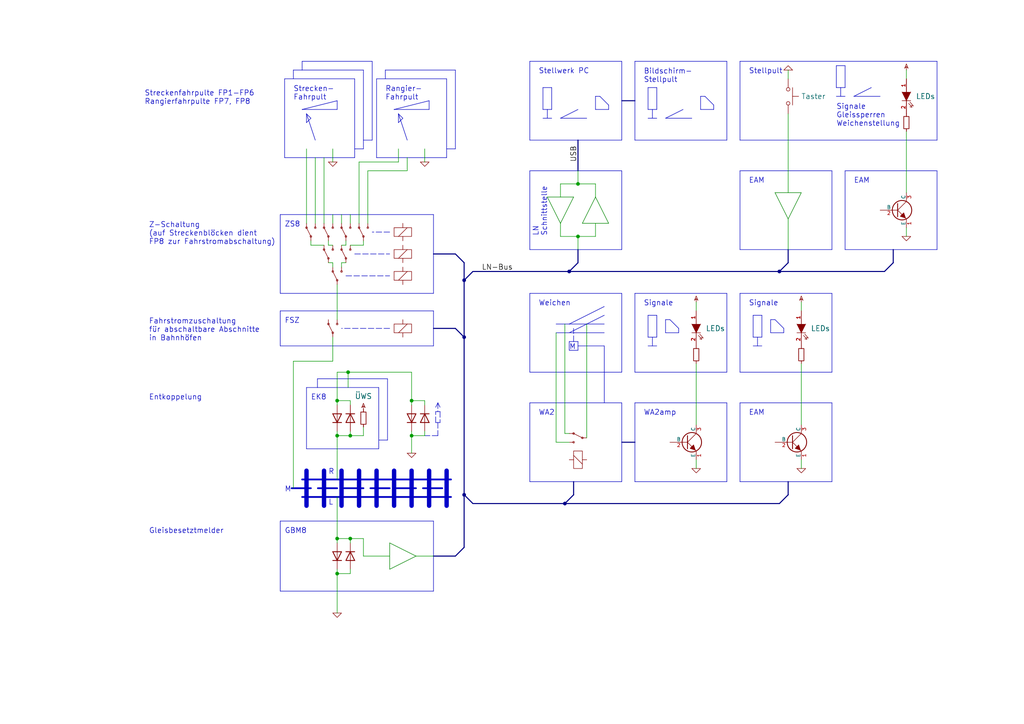
<source format=kicad_sch>
(kicad_sch (version 20211123) (generator eeschema)
  (paper "A4")
  (title_block (title "Prinzipschaltbild\\nAnlagesteuerung 3L") (date "2022-08-04") (rev "0433 -") (company "MV"))
  (lib_symbols
    (symbol "Device:D" (pin_numbers hide) (pin_names (offset 1.016) hide)
      (property "Reference" "D" (at 0 2.54 0))
      (property "Value" "D" (at 0 -2.54 0))
      (symbol "D_0_1"
        (polyline (pts (xy -1.27 1.27) (xy -1.27 -1.27)) (stroke (width 0.254)))
        (polyline (pts (xy 1.27 0) (xy -1.27 0)))
        (polyline (pts (xy 1.27 1.27) (xy 1.27 -1.27) (xy -1.27 0) (xy 1.27 1.27)) (stroke (width 0.254)))
      )
      (symbol "D_1_1"
        (pin passive line (at -3.81 0 0) (length 2.54) (name "K") (number "1"))
        (pin passive line (at 3.81 0 180) (length 2.54) (name "A") (number "2"))
      )
    )
    (symbol "Device:R_Small" (pin_numbers hide) (pin_names (offset 0.254) hide)
      (property "Reference" "R" (at 0.762 0.508 0))
      (property "Value" "R_Small" (at 0.762 -1.016 0))
      (symbol "R_Small_0_1"
        (rectangle (start -0.762 1.778) (end 0.762 -1.778) (stroke (width 0.2032)))
      )
      (symbol "R_Small_1_1"
        (pin passive line (at 0 2.54 270) (length 0.762) (name "~") (number "1"))
        (pin passive line (at 0 -2.54 90) (length 0.762) (name "~") (number "2"))
      )
    )
    (symbol "Switch:SW_Push" (pin_numbers hide) (pin_names (offset 1.016) hide)
      (property "Reference" "SW" (at 1.27 2.54 0))
      (property "Value" "SW_Push" (at 0 -1.524 0))
      (symbol "SW_Push_0_1"
        (circle (center -2.032 0) (radius 0.508))
        (polyline (pts (xy 0 1.27) (xy 0 3.048)))
        (polyline (pts (xy 2.54 1.27) (xy -2.54 1.27)))
        (circle (center 2.032 0) (radius 0.508))
        (pin passive line (at -5.08 0 0) (length 2.54) (name "1") (number "1"))
        (pin passive line (at 5.08 0 180) (length 2.54) (name "2") (number "2"))
      )
    )
    (symbol "base:+5V" (power) (pin_names (offset 0))
      (property "Value" "+5V" (at 0 2.286 0))
      (symbol "+5V_0_0"
        (pin power_in line (at 0 0 90) (length 0) hide (name "+5V") (number "1"))
      )
      (symbol "+5V_0_1"
        (polyline (pts (xy 0 0) (xy 0 1.016) (xy 0 1.016)))
        (polyline (pts (xy 0 1.016) (xy 0.508 0.508) (xy 0 1.778) (xy -0.508 0.508) (xy 0 1.016) (xy 0 1.016)))
      )
    )
    (symbol "base:GND" (power) (pin_names (offset 0))
      (symbol "GND_0_1"
        (polyline (pts (xy -1.27 0) (xy 0 -1.27) (xy 1.27 0) (xy -1.27 0)))
      )
      (symbol "GND_1_1"
        (pin power_in line (at 0 0 90) (length 0) hide (name "GND") (number "1"))
      )
    )
    (symbol "base:LED" (pin_names (offset 1.016) hide)
      (property "Reference" "D" (at 0 2.54 0))
      (property "Value" "LED" (at 0 -2.54 0))
      (symbol "LED_0_1"
        (polyline (pts (xy 1.27 1.27) (xy 1.27 -1.27)))
        (polyline (pts (xy -1.27 1.27) (xy 1.27 0) (xy -1.27 -1.27)) (fill (type outline)))
        (polyline (pts (xy 1.651 -1.016) (xy 2.794 -2.032) (xy 2.667 -1.397)))
        (polyline (pts (xy 2.032 -0.635) (xy 3.175 -1.651) (xy 3.048 -1.016)))
      )
      (symbol "LED_1_1"
        (pin passive line (at -5.08 0 0) (length 3.81) (name "A") (number "1"))
        (pin passive line (at 5.08 0 180) (length 3.81) (name "K") (number "2"))
      )
    )
    (symbol "base:NPN" (pin_names (offset 0))
      (property "Reference" "Q" (at 0 -3.81 0))
      (property "Value" "NPN" (at 0 3.81 0))
      (symbol "NPN_0_1"
        (polyline (pts (xy 0 0) (xy 2.54 2.54)))
        (polyline (pts (xy 0 1.905) (xy 0 -1.905) (xy 0 -1.905)) (stroke (width 0.254)))
        (polyline (pts (xy 1.27 -1.27) (xy 0 0) (xy 0 0)))
        (polyline (pts (xy 2.286 -2.286) (xy 2.54 -2.54) (xy 2.54 -2.54)))
        (polyline (pts (xy 2.286 -2.286) (xy 1.778 -0.762) (xy 0.762 -1.778) (xy 2.286 -2.286) (xy 2.286 -2.286)) (fill (type outline)))
        (circle (center 1.27 0) (radius 2.8194) (stroke (width 0.254)))
      )
      (symbol "NPN_1_1"
        (pin passive line (at 2.54 -5.08 90) (length 2.54) (name "E") (number "1"))
        (pin input line (at -5.08 0 0) (length 5.08) (name "B") (number "2"))
        (pin passive line (at 2.54 5.08 270) (length 2.54) (name "C") (number "3"))
      )
    )
    (symbol "base:RELAY_DPDT" (pin_numbers hide) (pin_names (offset 0))
      (property "Reference" "REL" (at -6.096 1.651 0))
      (property "Value" "RELAY_DPDT" (at -9.525 -0.762 0))
      (symbol "RELAY_DPDT_1_1"
        (rectangle (start -2.54 -1.27) (end 2.54 1.27))
        (polyline (pts (xy -1.27 -1.27) (xy 1.27 1.27)))
        (pin passive line (at 0 -2.54 90) (length 1.27) (name "~") (number "1"))
        (pin passive line (at 0 2.54 270) (length 1.27) (name "~") (number "2"))
      )
      (symbol "RELAY_DPDT_2_1"
        (circle (center -1.27 1.27) (radius 0.254))
        (circle (center 0 -1.27) (radius 0.254))
        (polyline (pts (xy 0 -1.27) (xy 1.27 1.27)))
        (circle (center 1.27 1.27) (radius 0.254))
        (pin passive line (at 0 -2.54 90) (length 1.27) (name "~") (number "3"))
        (pin passive line (at 1.27 2.54 270) (length 1.27) (name "~") (number "4"))
        (pin passive line (at -1.27 2.54 270) (length 1.27) (name "~") (number "5"))
      )
      (symbol "RELAY_DPDT_3_1"
        (circle (center -1.27 1.27) (radius 0.254))
        (circle (center 0 -1.27) (radius 0.254))
        (polyline (pts (xy 0 -1.27) (xy 1.27 1.27)))
        (circle (center 1.27 1.27) (radius 0.254))
        (pin passive line (at 0 -2.54 90) (length 1.27) (name "~") (number "6"))
        (pin passive line (at 1.27 2.54 270) (length 1.27) (name "~") (number "7"))
        (pin passive line (at -1.27 2.54 270) (length 1.27) (name "~") (number "8"))
      )
    )
  )
  (junction (at 165.1 78.74))
  (junction (at 97.79 166.37))
  (junction (at 163.83 146.05))
  (junction (at 167.64 53.34))
  (junction (at 101.6 156.21))
  (junction (at 134.62 81.28))
  (junction (at 97.79 156.21))
  (junction (at 226.06 78.74))
  (junction (at 101.6 126.365))
  (junction (at 134.62 97.79))
  (junction (at 119.38 116.205))
  (junction (at 97.79 126.365))
  (junction (at 100.965 107.95))
  (junction (at 119.38 126.365))
  (junction (at 167.64 68.58))
  (junction (at 97.79 116.205))
  (junction (at 134.62 143.51))
  (polyline (pts (xy 247.65 27.94) (xy 252.73 25.4)) (stroke (width 0) (type solid)))
  (polyline (pts (xy 165.1 96.52) (xy 175.26 91.44)) (stroke (width 0) (type solid)))
  (polyline (pts (xy 126.365 122.555) (xy 126.365 119.38)))
  (bus (pts (xy 134.62 76.2) (xy 132.08 73.66)))
  (wire (pts (xy 99.06 71.12) (xy 100.33 71.12)))
  (polyline (pts (xy 242.57 19.05) (xy 245.11 19.05)) (stroke (width 0) (type solid)))
  (wire (pts (xy 91.44 45.72) (xy 91.44 64.77)))
  (polyline (pts (xy 109.22 146.685) (xy 109.22 136.525)) (stroke (width 1.27) (type solid)))
  (bus (pts (xy 137.16 146.05) (xy 163.83 146.05)))
  (polyline (pts (xy 184.15 107.95) (xy 184.15 85.09)) (stroke (width 0) (type solid)))
  (wire (pts (xy 96.52 71.12) (xy 95.25 71.12)))
  (wire (pts (xy 163.83 125.73) (xy 163.83 93.98)))
  (polyline (pts (xy 132.08 20.32) (xy 111.76 20.32)) (stroke (width 0) (type solid)))
  (polyline (pts (xy 112.395 109.855) (xy 112.395 127.635)) (stroke (width 0) (type solid)))
  (bus (pts (xy 134.62 143.51) (xy 137.16 146.05)))
  (bus (pts (xy 167.64 76.2) (xy 167.64 72.39)))
  (polyline (pts (xy 189.23 31.75) (xy 189.23 34.29)) (stroke (width 0) (type solid)))
  (polyline (pts (xy 102.87 45.72) (xy 102.87 22.86)) (stroke (width 0) (type solid)))
  (polyline (pts (xy 271.78 17.78) (xy 271.78 40.64)) (stroke (width 0) (type solid)))
  (wire (pts (xy 101.6 117.475) (xy 101.6 116.205)))
  (polyline (pts (xy 165.1 99.06) (xy 165.1 101.6)) (stroke (width 0) (type solid)))
  (wire (pts (xy 101.6 156.21) (xy 97.79 156.21)))
  (bus (pts (xy 134.62 81.28) (xy 137.16 78.74)))
  (polyline (pts (xy 223.52 92.71) (xy 224.79 92.71)) (stroke (width 0) (type solid)))
  (polyline (pts (xy 100.33 80.01) (xy 113.03 80.01)))
  (polyline (pts (xy 107.95 17.78) (xy 107.95 40.64)) (stroke (width 0) (type solid)))
  (wire (pts (xy 232.41 133.35) (xy 232.41 135.89)))
  (wire (pts (xy 201.93 133.35) (xy 201.93 135.89)))
  (bus (pts (xy 132.08 161.29) (xy 125.73 161.29)))
  (polyline (pts (xy 104.14 146.685) (xy 104.14 136.525)) (stroke (width 1.27) (type solid)))
  (wire (pts (xy 106.68 49.53) (xy 118.11 49.53)))
  (polyline (pts (xy 193.04 34.29) (xy 198.12 31.75)) (stroke (width 0) (type solid)))
  (polyline (pts (xy 153.67 107.95) (xy 180.34 107.95)) (stroke (width 0) (type solid)))
  (polyline (pts (xy 214.63 40.64) (xy 214.63 17.78)) (stroke (width 0) (type solid)))
  (wire (pts (xy 101.6 165.1) (xy 101.6 166.37)))
  (polyline (pts (xy 113.03 165.1) (xy 120.65 161.29)) (stroke (width 0) (type solid) (color 0 132 0 1)))
  (polyline (pts (xy 187.96 97.79) (xy 187.96 91.44)) (stroke (width 0) (type solid)))
  (polyline (pts (xy 125.73 85.09) (xy 125.73 62.23)) (stroke (width 0) (type solid)))
  (polyline (pts (xy 165.1 93.98) (xy 175.26 88.9)) (stroke (width 0) (type solid)))
  (wire (pts (xy 97.79 116.205) (xy 97.79 117.475)))
  (polyline (pts (xy 187.96 100.33) (xy 190.5 100.33)) (stroke (width 0) (type solid)))
  (polyline (pts (xy 92.075 109.855) (xy 92.075 112.395)) (stroke (width 0) (type solid)))
  (wire (pts (xy 262.89 66.04) (xy 262.89 68.58)))
  (polyline (pts (xy 232.41 55.88) (xy 224.79 55.88)) (stroke (width 0) (type solid) (color 0 132 0 1)))
  (polyline (pts (xy 219.71 97.79) (xy 219.71 100.33)) (stroke (width 0) (type solid)))
  (polyline (pts (xy 196.85 95.25) (xy 196.85 96.52)) (stroke (width 0) (type solid)))
  (polyline (pts (xy 271.78 49.53) (xy 271.78 72.39)) (stroke (width 0) (type solid)))
  (bus (pts (xy 132.08 95.25) (xy 125.73 95.25)))
  (wire (pts (xy 85.09 141.605) (xy 85.09 104.775)))
  (polyline (pts (xy 180.34 49.53) (xy 180.34 72.39)) (stroke (width 0) (type solid)))
  (polyline (pts (xy 161.29 93.98) (xy 175.26 93.98)) (stroke (width 0) (type solid)))
  (polyline (pts (xy 124.46 31.75) (xy 124.46 29.21)) (stroke (width 0) (type solid)))
  (wire (pts (xy 123.19 117.475) (xy 123.19 116.205)))
  (polyline (pts (xy 114.3 31.75) (xy 124.46 31.75)) (stroke (width 0) (type solid)))
  (polyline (pts (xy 127 122.555) (xy 127 126.365)))
  (polyline (pts (xy 271.78 49.53) (xy 245.11 49.53)) (stroke (width 0) (type solid)))
  (polyline (pts (xy 153.67 40.64) (xy 180.34 40.64)) (stroke (width 0) (type solid)))
  (polyline (pts (xy 180.34 116.84) (xy 180.34 139.7)) (stroke (width 0) (type solid)))
  (bus (pts (xy 134.62 81.28) (xy 134.62 97.79)))
  (polyline (pts (xy 189.23 97.79) (xy 189.23 100.33)) (stroke (width 0) (type solid)))
  (wire (pts (xy 119.38 107.95) (xy 119.38 116.205)))
  (polyline (pts (xy 214.63 85.09) (xy 241.3 85.09)) (stroke (width 0) (type solid)))
  (polyline (pts (xy 187.96 34.29) (xy 190.5 34.29)) (stroke (width 0) (type solid)))
  (polyline (pts (xy 176.53 31.75) (xy 172.72 31.75)) (stroke (width 0) (type solid)))
  (polyline (pts (xy 218.44 91.44) (xy 220.98 91.44)) (stroke (width 0) (type solid)))
  (polyline (pts (xy 87.63 139.065) (xy 130.81 139.065)) (stroke (width 0.508) (type solid)))
  (polyline (pts (xy 214.63 107.95) (xy 214.63 85.09)) (stroke (width 0) (type solid)))
  (bus (pts (xy 226.06 78.74) (xy 256.54 78.74)))
  (polyline (pts (xy 91.44 40.64) (xy 88.9 33.02)) (stroke (width 0) (type solid)))
  (polyline (pts (xy 242.57 27.94) (xy 245.11 27.94)) (stroke (width 0) (type solid)))
  (polyline (pts (xy 241.3 116.84) (xy 214.63 116.84)) (stroke (width 0) (type solid)))
  (bus (pts (xy 167.64 40.64) (xy 167.64 49.53)))
  (polyline (pts (xy 224.79 55.88) (xy 228.6 63.5)) (stroke (width 0) (type solid) (color 0 132 0 1)))
  (bus (pts (xy 180.34 128.27) (xy 184.15 128.27)))
  (polyline (pts (xy 241.3 139.7) (xy 214.63 139.7)) (stroke (width 0) (type solid)))
  (polyline (pts (xy 160.02 31.75) (xy 157.48 31.75)) (stroke (width 0) (type solid)))
  (polyline (pts (xy 241.3 49.53) (xy 214.63 49.53)) (stroke (width 0) (type solid)))
  (polyline (pts (xy 184.15 40.64) (xy 184.15 17.78)) (stroke (width 0) (type solid)))
  (polyline (pts (xy 88.9 35.56) (xy 90.17 34.29)) (stroke (width 0) (type solid)))
  (polyline (pts (xy 129.54 22.86) (xy 109.22 22.86)) (stroke (width 0) (type solid)))
  (wire (pts (xy 105.41 156.21) (xy 105.41 161.29)))
  (polyline (pts (xy 132.08 43.18) (xy 129.54 43.18)) (stroke (width 0) (type solid)))
  (wire (pts (xy 228.6 63.5) (xy 228.6 72.39)))
  (polyline (pts (xy 115.57 33.02) (xy 116.84 34.29)) (stroke (width 0) (type solid)))
  (polyline (pts (xy 184.15 107.95) (xy 210.82 107.95)) (stroke (width 0) (type solid)))
  (wire (pts (xy 170.18 127) (xy 170.18 93.98)))
  (polyline (pts (xy 172.72 57.15) (xy 168.91 64.77)) (stroke (width 0) (type solid) (color 0 132 0 1)))
  (wire (pts (xy 232.41 123.19) (xy 232.41 105.41)))
  (wire (pts (xy 105.41 71.12) (xy 105.41 69.85)))
  (polyline (pts (xy 97.79 31.75) (xy 97.79 29.21)) (stroke (width 0) (type solid)))
  (wire (pts (xy 97.79 126.365) (xy 97.79 139.065)))
  (polyline (pts (xy 85.09 20.32) (xy 85.09 22.86)) (stroke (width 0) (type solid)))
  (polyline (pts (xy 214.63 40.64) (xy 271.78 40.64)) (stroke (width 0) (type solid)))
  (wire (pts (xy 104.14 46.99) (xy 104.14 64.77)))
  (wire (pts (xy 105.41 156.21) (xy 101.6 156.21)))
  (wire (pts (xy 115.57 46.99) (xy 104.14 46.99)))
  (wire (pts (xy 96.52 64.77) (xy 96.52 62.23)))
  (bus (pts (xy 167.64 76.2) (xy 165.1 78.74)))
  (bus (pts (xy 228.6 76.2) (xy 226.06 78.74)))
  (wire (pts (xy 100.33 71.12) (xy 100.33 69.85)))
  (polyline (pts (xy 157.48 25.4) (xy 160.02 25.4)) (stroke (width 0) (type solid)))
  (polyline (pts (xy 184.15 40.64) (xy 210.82 40.64)) (stroke (width 0) (type solid)))
  (polyline (pts (xy 220.98 91.44) (xy 220.98 97.79)) (stroke (width 0) (type solid)))
  (polyline (pts (xy 81.28 62.23) (xy 81.28 85.09)) (stroke (width 0) (type solid)))
  (polyline (pts (xy 118.11 40.64) (xy 115.57 33.02)) (stroke (width 0) (type solid)))
  (polyline (pts (xy 203.2 27.94) (xy 204.47 27.94)) (stroke (width 0) (type solid)))
  (polyline (pts (xy 184.15 85.09) (xy 210.82 85.09)) (stroke (width 0) (type solid)))
  (polyline (pts (xy 214.63 107.95) (xy 241.3 107.95)) (stroke (width 0) (type solid)))
  (wire (pts (xy 97.79 107.95) (xy 97.79 116.205)))
  (polyline (pts (xy 102.87 22.86) (xy 82.55 22.86)) (stroke (width 0) (type solid)))
  (polyline (pts (xy 81.28 90.17) (xy 125.73 90.17)) (stroke (width 0) (type solid)))
  (polyline (pts (xy 247.65 27.94) (xy 255.27 27.94)) (stroke (width 0) (type solid)))
  (polyline (pts (xy 124.46 146.685) (xy 124.46 136.525)) (stroke (width 1.27) (type solid)))
  (polyline (pts (xy 81.28 100.33) (xy 81.28 90.17)) (stroke (width 0) (type solid)))
  (wire (pts (xy 101.6 71.12) (xy 105.41 71.12)))
  (polyline (pts (xy 245.11 72.39) (xy 245.11 49.53)) (stroke (width 0) (type solid)))
  (wire (pts (xy 115.57 43.18) (xy 115.57 46.99)))
  (wire (pts (xy 167.64 72.39) (xy 167.64 68.58)))
  (polyline (pts (xy 157.48 34.29) (xy 160.02 34.29)) (stroke (width 0) (type solid)))
  (polyline (pts (xy 153.67 139.7) (xy 153.67 116.84)) (stroke (width 0) (type solid)))
  (polyline (pts (xy 167.64 101.6) (xy 167.64 99.06)) (stroke (width 0) (type solid)))
  (wire (pts (xy 101.6 64.77) (xy 101.6 62.23)))
  (wire (pts (xy 101.6 126.365) (xy 97.79 126.365)))
  (polyline (pts (xy 109.22 45.72) (xy 129.54 45.72)) (stroke (width 0) (type solid)))
  (polyline (pts (xy 210.82 116.84) (xy 210.82 139.7)) (stroke (width 0) (type solid)))
  (polyline (pts (xy 204.47 27.94) (xy 207.01 30.48)) (stroke (width 0) (type solid)))
  (polyline (pts (xy 242.57 25.4) (xy 242.57 19.05)) (stroke (width 0) (type solid)))
  (wire (pts (xy 262.89 20.32) (xy 262.89 22.86)))
  (wire (pts (xy 119.38 116.205) (xy 119.38 117.475)))
  (bus (pts (xy 163.83 146.05) (xy 226.06 146.05)))
  (polyline (pts (xy 241.3 49.53) (xy 241.3 72.39)) (stroke (width 0) (type solid)))
  (polyline (pts (xy 119.38 146.685) (xy 119.38 136.525)) (stroke (width 1.27) (type solid)))
  (wire (pts (xy 123.19 125.095) (xy 123.19 126.365)))
  (polyline (pts (xy 158.75 31.75) (xy 158.75 34.29)) (stroke (width 0) (type solid)))
  (polyline (pts (xy 127 116.84) (xy 127 119.38)))
  (polyline (pts (xy 114.3 146.685) (xy 114.3 136.525)) (stroke (width 1.27) (type solid)))
  (bus (pts (xy 132.08 73.66) (xy 125.73 73.66)))
  (polyline (pts (xy 105.41 43.18) (xy 102.87 43.18)) (stroke (width 0) (type solid)))
  (wire (pts (xy 162.56 53.34) (xy 167.64 53.34)))
  (wire (pts (xy 99.06 76.2) (xy 99.06 77.47)))
  (polyline (pts (xy 223.52 96.52) (xy 223.52 92.71)) (stroke (width 0) (type solid)))
  (wire (pts (xy 167.64 68.58) (xy 162.56 68.58)))
  (bus (pts (xy 165.1 78.74) (xy 226.06 78.74)))
  (polyline (pts (xy 88.9 33.02) (xy 90.17 34.29)) (stroke (width 0) (type solid)))
  (wire (pts (xy 162.56 68.58) (xy 162.56 64.77)))
  (polyline (pts (xy 102.87 73.66) (xy 113.03 73.66)))
  (polyline (pts (xy 88.9 112.395) (xy 88.9 130.175)) (stroke (width 0) (type solid)))
  (wire (pts (xy 90.17 71.12) (xy 90.17 69.85)))
  (polyline (pts (xy 172.72 31.75) (xy 172.72 27.94)) (stroke (width 0) (type solid)))
  (wire (pts (xy 101.6 125.095) (xy 101.6 126.365)))
  (polyline (pts (xy 210.82 17.78) (xy 210.82 40.64)) (stroke (width 0) (type solid)))
  (polyline (pts (xy 210.82 17.78) (xy 184.15 17.78)) (stroke (width 0) (type solid)))
  (polyline (pts (xy 214.63 72.39) (xy 214.63 49.53)) (stroke (width 0) (type solid)))
  (polyline (pts (xy 87.63 17.78) (xy 87.63 20.32)) (stroke (width 0) (type solid)))
  (wire (pts (xy 101.6 116.205) (xy 97.79 116.205)))
  (wire (pts (xy 93.98 45.72) (xy 93.98 64.77)))
  (polyline (pts (xy 127.635 122.555) (xy 126.365 122.555)))
  (polyline (pts (xy 153.67 107.95) (xy 153.67 85.09)) (stroke (width 0) (type solid)))
  (polyline (pts (xy 180.34 116.84) (xy 153.67 116.84)) (stroke (width 0) (type solid)))
  (bus (pts (xy 134.62 97.79) (xy 134.62 143.51)))
  (wire (pts (xy 95.25 76.2) (xy 96.52 76.2)))
  (wire (pts (xy 161.29 128.27) (xy 161.29 96.52)))
  (polyline (pts (xy 176.53 30.48) (xy 176.53 31.75)) (stroke (width 0) (type solid)))
  (polyline (pts (xy 243.84 25.4) (xy 243.84 27.94)) (stroke (width 0) (type solid)))
  (polyline (pts (xy 180.34 72.39) (xy 153.67 72.39)) (stroke (width 0) (type solid)))
  (polyline (pts (xy 241.3 72.39) (xy 214.63 72.39)) (stroke (width 0) (type solid)))
  (bus (pts (xy 259.08 76.2) (xy 259.08 72.39)))
  (polyline (pts (xy 153.67 85.09) (xy 180.34 85.09)) (stroke (width 0) (type solid)))
  (bus (pts (xy 259.08 76.2) (xy 256.54 78.74)))
  (polyline (pts (xy 184.15 139.7) (xy 184.15 116.84)) (stroke (width 0) (type solid)))
  (wire (pts (xy 95.25 71.12) (xy 95.25 69.85)))
  (polyline (pts (xy 127 126.365) (xy 123.19 126.365)))
  (polyline (pts (xy 180.34 85.09) (xy 180.34 107.95)) (stroke (width 0) (type solid)))
  (wire (pts (xy 125.73 161.29) (xy 120.65 161.29)))
  (polyline (pts (xy 214.63 139.7) (xy 214.63 116.84)) (stroke (width 0) (type solid)))
  (polyline (pts (xy 227.33 96.52) (xy 223.52 96.52)) (stroke (width 0) (type solid)))
  (polyline (pts (xy 82.55 22.86) (xy 82.55 45.72)) (stroke (width 0) (type solid)))
  (polyline (pts (xy 125.73 90.17) (xy 125.73 100.33)) (stroke (width 0) (type solid)))
  (wire (pts (xy 97.79 144.145) (xy 97.79 156.21)))
  (polyline (pts (xy 125.73 62.23) (xy 81.28 62.23)) (stroke (width 0) (type solid)))
  (polyline (pts (xy 109.855 130.175) (xy 109.855 112.395)) (stroke (width 0) (type solid)))
  (wire (pts (xy 85.09 104.775) (xy 96.52 104.775)))
  (polyline (pts (xy 187.96 25.4) (xy 190.5 25.4)) (stroke (width 0) (type solid)))
  (polyline (pts (xy 187.96 91.44) (xy 190.5 91.44)) (stroke (width 0) (type solid)))
  (wire (pts (xy 228.6 20.32) (xy 228.6 22.86)))
  (polyline (pts (xy 166.37 57.15) (xy 158.75 57.15)) (stroke (width 0) (type solid) (color 0 132 0 1)))
  (polyline (pts (xy 107.95 17.78) (xy 87.63 17.78)) (stroke (width 0) (type solid)))
  (polyline (pts (xy 161.29 96.52) (xy 175.26 96.52)) (stroke (width 0) (type solid)))
  (polyline (pts (xy 87.63 31.75) (xy 97.79 29.21)) (stroke (width 0) (type solid)))
  (wire (pts (xy 167.64 53.34) (xy 172.72 53.34)))
  (polyline (pts (xy 105.41 20.32) (xy 105.41 43.18)) (stroke (width 0) (type solid)))
  (bus (pts (xy 228.6 76.2) (xy 228.6 72.39)))
  (polyline (pts (xy 218.44 100.33) (xy 220.98 100.33)) (stroke (width 0) (type solid)))
  (wire (pts (xy 172.72 53.34) (xy 172.72 57.15)))
  (wire (pts (xy 105.41 123.825) (xy 105.41 126.365)))
  (wire (pts (xy 100.965 107.95) (xy 119.38 107.95)))
  (polyline (pts (xy 125.73 151.13) (xy 125.73 171.45)) (stroke (width 0) (type solid)))
  (polyline (pts (xy 127.635 119.38) (xy 127.635 122.555)))
  (wire (pts (xy 93.98 71.12) (xy 90.17 71.12)))
  (polyline (pts (xy 87.63 31.75) (xy 97.79 31.75)) (stroke (width 0) (type solid)))
  (bus (pts (xy 166.37 143.51) (xy 163.83 146.05)))
  (polyline (pts (xy 111.76 20.32) (xy 111.76 22.86)) (stroke (width 0) (type solid)))
  (polyline (pts (xy 220.98 97.79) (xy 218.44 97.79)) (stroke (width 0) (type solid)))
  (bus (pts (xy 132.08 95.25) (xy 134.62 97.79)))
  (wire (pts (xy 228.6 33.02) (xy 228.6 55.88)))
  (wire (pts (xy 100.965 107.95) (xy 100.965 112.395)))
  (wire (pts (xy 123.19 46.99) (xy 123.19 43.18)))
  (polyline (pts (xy 196.85 96.52) (xy 193.04 96.52)) (stroke (width 0) (type solid)))
  (polyline (pts (xy 227.33 95.25) (xy 227.33 96.52)) (stroke (width 0) (type solid)))
  (polyline (pts (xy 162.56 64.77) (xy 166.37 57.15)) (stroke (width 0) (type solid) (color 0 132 0 1)))
  (polyline (pts (xy 120.65 161.29) (xy 113.03 157.48)) (stroke (width 0) (type solid) (color 0 132 0 1)))
  (wire (pts (xy 97.79 107.95) (xy 100.965 107.95)))
  (polyline (pts (xy 112.395 127.635) (xy 109.855 127.635)) (stroke (width 0) (type solid)))
  (polyline (pts (xy 88.9 146.685) (xy 88.9 136.525)) (stroke (width 1.27) (type solid)))
  (wire (pts (xy 96.52 46.99) (xy 96.52 43.18)))
  (wire (pts (xy 97.79 166.37) (xy 97.79 177.8)))
  (polyline (pts (xy 115.57 33.02) (xy 115.57 35.56)) (stroke (width 0) (type solid)))
  (wire (pts (xy 96.52 76.2) (xy 96.52 77.47)))
  (polyline (pts (xy 245.11 25.4) (xy 242.57 25.4)) (stroke (width 0) (type solid)))
  (bus (pts (xy 228.6 143.51) (xy 228.6 139.7)))
  (wire (pts (xy 97.79 165.1) (xy 97.79 166.37)))
  (polyline (pts (xy 190.5 31.75) (xy 187.96 31.75)) (stroke (width 0) (type solid)))
  (wire (pts (xy 101.6 166.37) (xy 97.79 166.37)))
  (polyline (pts (xy 88.9 130.175) (xy 109.855 130.175)) (stroke (width 0) (type solid)))
  (polyline (pts (xy 81.28 85.09) (xy 125.73 85.09)) (stroke (width 0) (type solid)))
  (wire (pts (xy 97.79 156.21) (xy 97.79 157.48)))
  (polyline (pts (xy 176.53 64.77) (xy 172.72 57.15)) (stroke (width 0) (type solid) (color 0 132 0 1)))
  (polyline (pts (xy 81.28 151.13) (xy 125.73 151.13)) (stroke (width 0) (type solid)))
  (polyline (pts (xy 245.11 19.05) (xy 245.11 25.4)) (stroke (width 0) (type solid)))
  (wire (pts (xy 165.1 128.27) (xy 161.29 128.27)))
  (wire (pts (xy 123.19 126.365) (xy 119.38 126.365)))
  (polyline (pts (xy 107.95 40.64) (xy 105.41 40.64)) (stroke (width 0) (type solid)))
  (polyline (pts (xy 109.22 22.86) (xy 109.22 45.72)) (stroke (width 0) (type solid)))
  (polyline (pts (xy 153.67 72.39) (xy 153.67 49.53)) (stroke (width 0) (type solid)))
  (wire (pts (xy 262.89 55.88) (xy 262.89 38.1)))
  (wire (pts (xy 119.38 126.365) (xy 119.38 131.445)))
  (polyline (pts (xy 180.34 17.78) (xy 180.34 40.64)) (stroke (width 0) (type solid)))
  (polyline (pts (xy 162.56 34.29) (xy 170.18 34.29)) (stroke (width 0) (type solid)))
  (bus (pts (xy 180.34 29.21) (xy 184.15 29.21)))
  (polyline (pts (xy 113.03 95.25) (xy 99.06 95.25)))
  (polyline (pts (xy 157.48 31.75) (xy 157.48 25.4)) (stroke (width 0) (type solid)))
  (polyline (pts (xy 112.395 109.855) (xy 92.075 109.855)) (stroke (width 0) (type solid)))
  (polyline (pts (xy 241.3 116.84) (xy 241.3 139.7)) (stroke (width 0) (type solid)))
  (wire (pts (xy 97.79 125.095) (xy 97.79 126.365)))
  (wire (pts (xy 167.64 49.53) (xy 167.64 53.34)))
  (polyline (pts (xy 82.55 45.72) (xy 102.87 45.72)) (stroke (width 0) (type solid)))
  (wire (pts (xy 119.38 125.095) (xy 119.38 126.365)))
  (polyline (pts (xy 129.54 146.685) (xy 129.54 136.525)) (stroke (width 1.27) (type solid)))
  (polyline (pts (xy 167.64 100.33) (xy 175.26 100.33)) (stroke (width 0) (type solid)))
  (wire (pts (xy 88.9 43.18) (xy 88.9 64.77)))
  (polyline (pts (xy 190.5 91.44) (xy 190.5 97.79)) (stroke (width 0) (type solid)))
  (polyline (pts (xy 207.01 30.48) (xy 207.01 31.75)) (stroke (width 0) (type solid)))
  (wire (pts (xy 167.64 68.58) (xy 172.72 68.58)))
  (polyline (pts (xy 210.82 139.7) (xy 184.15 139.7)) (stroke (width 0) (type solid)))
  (wire (pts (xy 105.41 161.29) (xy 113.03 161.29)))
  (wire (pts (xy 201.93 123.19) (xy 201.93 105.41)))
  (wire (pts (xy 201.93 87.63) (xy 201.93 90.17)))
  (polyline (pts (xy 187.96 31.75) (xy 187.96 25.4)) (stroke (width 0) (type solid)))
  (polyline (pts (xy 87.63 144.145) (xy 130.81 144.145)) (stroke (width 0.508) (type solid)))
  (polyline (pts (xy 241.3 85.09) (xy 241.3 107.95)) (stroke (width 0) (type solid)))
  (polyline (pts (xy 203.2 31.75) (xy 203.2 27.94)) (stroke (width 0) (type solid)))
  (wire (pts (xy 96.52 104.775) (xy 96.52 97.79)))
  (polyline (pts (xy 166.37 99.06) (xy 166.37 95.25)))
  (wire (pts (xy 101.6 157.48) (xy 101.6 156.21)))
  (polyline (pts (xy 271.78 17.78) (xy 214.63 17.78)) (stroke (width 0) (type solid)))
  (wire (pts (xy 172.72 68.58) (xy 172.72 64.77)))
  (polyline (pts (xy 271.78 72.39) (xy 245.11 72.39)) (stroke (width 0) (type solid)))
  (bus (pts (xy 134.62 76.2) (xy 134.62 81.28)))
  (polyline (pts (xy 105.41 20.32) (xy 85.09 20.32)) (stroke (width 0) (type solid)))
  (polyline (pts (xy 153.67 40.64) (xy 153.67 17.78)) (stroke (width 0) (type solid)))
  (polyline (pts (xy 158.75 57.15) (xy 162.56 64.77)) (stroke (width 0) (type solid) (color 0 132 0 1)))
  (polyline (pts (xy 129.54 45.72) (xy 129.54 22.86)) (stroke (width 0) (type solid)))
  (polyline (pts (xy 180.34 139.7) (xy 153.67 139.7)) (stroke (width 0) (type solid)))
  (polyline (pts (xy 113.03 157.48) (xy 113.03 165.1)) (stroke (width 0) (type solid) (color 0 132 0 1)))
  (polyline (pts (xy 114.3 31.75) (xy 124.46 29.21)) (stroke (width 0) (type solid)))
  (polyline (pts (xy 113.03 67.31) (xy 107.95 67.31)))
  (polyline (pts (xy 165.1 101.6) (xy 167.64 101.6)) (stroke (width 0) (type solid)))
  (polyline (pts (xy 180.34 17.78) (xy 153.67 17.78)) (stroke (width 0) (type solid)))
  (polyline (pts (xy 128.27 141.605) (xy 84.455 141.605)) (stroke (width 0.508)))
  (polyline (pts (xy 194.31 92.71) (xy 196.85 95.25)) (stroke (width 0) (type solid)))
  (polyline (pts (xy 125.73 100.33) (xy 81.28 100.33)) (stroke (width 0) (type solid)))
  (polyline (pts (xy 162.56 34.29) (xy 167.64 31.75)) (stroke (width 0) (type solid)))
  (bus (pts (xy 134.62 143.51) (xy 134.62 158.75)))
  (wire (pts (xy 162.56 57.15) (xy 162.56 53.34)))
  (polyline (pts (xy 99.06 146.685) (xy 99.06 136.525)) (stroke (width 1.27) (type solid)))
  (wire (pts (xy 97.79 82.55) (xy 97.79 92.71)))
  (polyline (pts (xy 190.5 25.4) (xy 190.5 31.75)) (stroke (width 0) (type solid)))
  (polyline (pts (xy 115.57 35.56) (xy 116.84 34.29)) (stroke (width 0) (type solid)))
  (wire (pts (xy 105.41 126.365) (xy 101.6 126.365)))
  (wire (pts (xy 106.68 49.53) (xy 106.68 64.77)))
  (polyline (pts (xy 224.79 92.71) (xy 227.33 95.25)) (stroke (width 0) (type solid)))
  (polyline (pts (xy 193.04 92.71) (xy 194.31 92.71)) (stroke (width 0) (type solid)))
  (polyline (pts (xy 210.82 85.09) (xy 210.82 107.95)) (stroke (width 0) (type solid)))
  (polyline (pts (xy 193.04 34.29) (xy 200.66 34.29)) (stroke (width 0) (type solid)))
  (wire (pts (xy 165.1 125.73) (xy 163.83 125.73)))
  (polyline (pts (xy 173.99 27.94) (xy 176.53 30.48)) (stroke (width 0) (type solid)))
  (polyline (pts (xy 132.08 20.32) (xy 132.08 43.18)) (stroke (width 0) (type solid)))
  (bus (pts (xy 166.37 143.51) (xy 166.37 139.7)))
  (polyline (pts (xy 180.34 49.53) (xy 153.67 49.53)) (stroke (width 0) (type solid)))
  (polyline (pts (xy 88.9 33.02) (xy 88.9 35.56)) (stroke (width 0) (type solid)))
  (wire (pts (xy 118.11 49.53) (xy 118.11 45.72)))
  (polyline (pts (xy 175.26 100.33) (xy 175.26 116.84)) (stroke (width 0) (type solid)))
  (polyline (pts (xy 168.91 64.77) (xy 176.53 64.77)) (stroke (width 0) (type solid) (color 0 132 0 1)))
  (polyline (pts (xy 109.855 112.395) (xy 88.9 112.395)) (stroke (width 0) (type solid)))
  (bus (pts (xy 226.06 146.05) (xy 228.6 143.51)))
  (polyline (pts (xy 207.01 31.75) (xy 203.2 31.75)) (stroke (width 0) (type solid)))
  (wire (pts (xy 232.41 87.63) (xy 232.41 90.17)))
  (bus (pts (xy 137.16 78.74) (xy 165.1 78.74)))
  (wire (pts (xy 99.06 64.77) (xy 99.06 62.23)))
  (polyline (pts (xy 93.98 146.685) (xy 93.98 136.525)) (stroke (width 1.27) (type solid)))
  (polyline (pts (xy 172.72 27.94) (xy 173.99 27.94)) (stroke (width 0) (type solid)))
  (polyline (pts (xy 126.365 118.11) (xy 127 116.84)) (stroke (width 0) (type solid)))
  (polyline (pts (xy 218.44 97.79) (xy 218.44 91.44)) (stroke (width 0) (type solid)))
  (wire (pts (xy 100.33 76.2) (xy 99.06 76.2)))
  (polyline (pts (xy 193.04 96.52) (xy 193.04 92.71)) (stroke (width 0) (type solid)))
  (polyline (pts (xy 160.02 25.4) (xy 160.02 31.75)) (stroke (width 0) (type solid)))
  (polyline (pts (xy 190.5 97.79) (xy 187.96 97.79)) (stroke (width 0) (type solid)))
  (polyline (pts (xy 127.635 119.38) (xy 126.365 119.38)))
  (polyline (pts (xy 127 116.84) (xy 127.635 118.11)) (stroke (width 0) (type solid)))
  (bus (pts (xy 134.62 158.75) (xy 132.08 161.29)))
  (wire (pts (xy 123.19 116.205) (xy 119.38 116.205)))
  (polyline (pts (xy 228.6 63.5) (xy 232.41 55.88)) (stroke (width 0) (type solid) (color 0 132 0 1)))
  (polyline (pts (xy 125.73 171.45) (xy 81.28 171.45)) (stroke (width 0) (type solid)))
  (polyline (pts (xy 210.82 116.84) (xy 184.15 116.84)) (stroke (width 0) (type solid)))
  (polyline (pts (xy 81.28 171.45) (xy 81.28 151.13)) (stroke (width 0) (type solid)))
  (polyline (pts (xy 167.64 99.06) (xy 165.1 99.06)) (stroke (width 0) (type solid)))
  (text "GBM8" (at 82.55 154.94 0) (effects (font (size 1.524 1.524)) (justify left bottom)))
  (text "EAM" (at 217.17 53.34 0) (effects (font (size 1.524 1.524)) (justify left bottom)))
  (text "Rangier-\nFahrpult" (at 111.76 29.21 0) (effects (font (size 1.524 1.524)) (justify left bottom)))
  (text "FSZ" (at 82.55 93.98 0) (effects (font (size 1.524 1.524)) (justify left bottom)))
  (text "Bildschirm-\nStellpult" (at 186.69 24.13 0) (effects (font (size 1.524 1.524)) (justify left bottom)))
  (text "Signale" (at 186.69 88.9 0) (effects (font (size 1.524 1.524)) (justify left bottom)))
  (text "WA2amp" (at 186.69 120.65 0) (effects (font (size 1.524 1.524)) (justify left bottom)))
  (text "L" (at 95.25 146.685 0) (effects (font (size 1.524 1.524)) (justify left bottom)))
  (text "Streckenfahrpulte FP1-FP6\nRangierfahrpulte FP7, FP8" (at 41.91 30.48 0) (effects (font (size 1.524 1.524)) (justify left bottom)))
  (text "Z-Schaltung\n(auf Streckenblöcken dient\nFP8 zur Fahrstromabschaltung)" (at 43.18 71.12 0) (effects (font (size 1.524 1.524)) (justify left bottom)))
  (text "Entkoppelung" (at 43.18 116.205 0) (effects (font (size 1.524 1.524)) (justify left bottom)))
  (text "ZS8" (at 82.55 66.04 0) (effects (font (size 1.524 1.524)) (justify left bottom)))
  (text "Gleisbesetztmelder" (at 43.18 154.94 0) (effects (font (size 1.524 1.524)) (justify left bottom)))
  (text "LN\nSchnittstelle" (at 158.75 68.58 90) (effects (font (size 1.524 1.524)) (justify left bottom)))
  (text "Weichen" (at 156.21 88.9 0) (effects (font (size 1.524 1.524)) (justify left bottom)))
  (text "M" (at 82.55 142.875 0) (effects (font (size 1.524 1.524)) (justify left bottom)))
  (text "M" (at 165.1 101.6 0) (effects (font (size 1.524 1.524)) (justify left bottom)))
  (text "Strecken-\nFahrpult" (at 85.09 29.21 0) (effects (font (size 1.524 1.524)) (justify left bottom)))
  (text "EK8" (at 90.17 116.205 0) (effects (font (size 1.524 1.524)) (justify left bottom)))
  (text "Stellpult" (at 217.17 21.59 0) (effects (font (size 1.524 1.524)) (justify left bottom)))
  (text "Stellwerk PC" (at 156.21 21.59 0) (effects (font (size 1.524 1.524)) (justify left bottom)))
  (text "WA2" (at 156.21 120.65 0) (effects (font (size 1.524 1.524)) (justify left bottom)))
  (text "R" (at 95.25 137.795 0) (effects (font (size 1.524 1.524)) (justify left bottom)))
  (text "Signale\nGleissperren\nWeichenstellung" (at 242.57 36.83 0) (effects (font (size 1.524 1.524)) (justify left bottom)))
  (text "Fahrstromzuschaltung\nfür abschaltbare Abschnitte\nin Bahnhöfen" (at 43.18 99.06 0) (effects (font (size 1.524 1.524)) (justify left bottom)))
  (text "EAM" (at 247.65 53.34 0) (effects (font (size 1.524 1.524)) (justify left bottom)))
  (text "Signale" (at 217.17 88.9 0) (effects (font (size 1.524 1.524)) (justify left bottom)))
  (text "EAM" (at 217.17 120.65 0) (effects (font (size 1.524 1.524)) (justify left bottom)))
  (label "LN-Bus" (at 139.7 78.74 0) (effects (font (size 1.524 1.524))))
  (label "USB" (at 167.64 46.99 90) (effects (font (size 1.524 1.524))))
  (symbol (lib_id "base:RELAY_DPDT") (at 95.25 73.66 0) (mirror y) (unit 2)
    (property "Reference" "REL?" (effects hide))
    (property "Value" "RELAY_DPDT" (effects hide))
  )
  (symbol (lib_id "base:RELAY_DPDT") (at 100.33 73.66 0) (mirror y) (unit 2)
    (property "Reference" "REL?" (effects hide))
    (property "Value" "RELAY_DPDT" (effects hide))
  )
  (symbol (lib_id "base:RELAY_DPDT") (at 97.79 80.01 0) (mirror y) (unit 2)
    (property "Reference" "REL?" (effects hide))
    (property "Value" "RELAY_DPDT" (effects hide))
  )
  (symbol (lib_id "base:RELAY_DPDT") (at 116.84 73.66 0) (unit 1)
    (property "Reference" "REL?" (effects hide))
    (property "Value" "FP1" (effects hide))
  )
  (symbol (lib_id "base:RELAY_DPDT") (at 116.84 80.01 0) (unit 1)
    (property "Reference" "REL?" (effects hide))
    (property "Value" "FP1" (effects hide))
  )
  (symbol (lib_id "base:RELAY_DPDT") (at 96.52 95.25 0) (mirror y) (unit 2)
    (property "Reference" "REL?" (effects hide))
    (property "Value" "RELAY_DPDT" (effects hide))
  )
  (symbol (lib_id "base:RELAY_DPDT") (at 116.84 95.25 0) (unit 1)
    (property "Reference" "REL?" (effects hide))
    (property "Value" "FP1" (effects hide))
  )
  (symbol (lib_id "base:GND") (at 97.79 177.8 0) (unit 1)
    (property "Reference" "#PWR?" (effects hide))
    (property "Value" "GND" (effects hide))
  )
  (symbol (lib_id "base:+5V") (at 105.41 118.745 0) (unit 1)
    (property "Reference" "#PWR?" (effects hide))
    (property "Value" "+5V" (effects hide))
  )
  (symbol (lib_id "Device:D") (at 97.79 121.285 90) (unit 1)
    (property "Reference" "D?" (effects hide))
    (property "Value" "D" (effects hide))
  )
  (symbol (lib_id "Device:R_Small") (at 105.41 121.285 0) (unit 1)
    (property "Reference" "R?" (effects hide))
    (property "Value" "ÜWS" (at 105.41 114.935 0) (effects (font (size 1.524 1.524))))
  )
  (symbol (lib_id "Device:D") (at 101.6 121.285 270) (unit 1)
    (property "Reference" "D?" (effects hide))
    (property "Value" "D" (effects hide))
  )
  (symbol (lib_id "Device:D") (at 97.79 161.29 90) (unit 1)
    (property "Reference" "D?" (effects hide))
    (property "Value" "D" (effects hide))
  )
  (symbol (lib_id "Device:D") (at 101.6 161.29 270) (unit 1)
    (property "Reference" "D?" (effects hide))
    (property "Value" "D" (effects hide))
  )
  (symbol (lib_id "Device:R_Small") (at 201.93 102.87 0) (unit 1)
    (property "Reference" "R?" (effects hide))
    (property "Value" "ÜWS" (effects hide))
  )
  (symbol (lib_id "base:+5V") (at 201.93 87.63 0) (unit 1)
    (property "Reference" "#PWR?" (effects hide))
    (property "Value" "+5V" (effects hide))
  )
  (symbol (lib_id "base:GND") (at 201.93 135.89 0) (unit 1)
    (property "Reference" "#PWR?" (effects hide))
    (property "Value" "GND" (effects hide))
  )
  (symbol (lib_id "base:NPN") (at 199.39 128.27 0) (unit 1)
    (property "Reference" "Q?" (effects hide))
    (property "Value" "NPN" (effects hide))
  )
  (symbol (lib_id "base:LED") (at 201.93 95.25 90) (mirror x) (unit 1)
    (property "Reference" "D?" (effects hide))
    (property "Value" "LEDs" (at 204.6732 95.25 90) (effects (font (size 1.524 1.524)) (justify right)))
  )
  (symbol (lib_id "base:RELAY_DPDT") (at 95.25 67.31 0) (mirror y) (unit 2)
    (property "Reference" "REL?" (effects hide))
    (property "Value" "RELAY_DPDT" (effects hide))
  )
  (symbol (lib_id "base:RELAY_DPDT") (at 100.33 67.31 0) (mirror y) (unit 2)
    (property "Reference" "REL?" (effects hide))
    (property "Value" "RELAY_DPDT" (effects hide))
  )
  (symbol (lib_id "base:RELAY_DPDT") (at 90.17 67.31 0) (mirror y) (unit 2)
    (property "Reference" "REL?" (effects hide))
    (property "Value" "FP1" (effects hide))
  )
  (symbol (lib_id "base:RELAY_DPDT") (at 105.41 67.31 0) (mirror y) (unit 2)
    (property "Reference" "REL?" (effects hide))
    (property "Value" "RELAY_DPDT" (effects hide))
  )
  (symbol (lib_id "base:GND") (at 123.19 46.99 0) (unit 1)
    (property "Reference" "#PWR?" (effects hide))
    (property "Value" "GND" (effects hide))
  )
  (symbol (lib_id "Switch:SW_Push") (at 228.6 27.94 270) (unit 1)
    (property "Reference" "SW?" (effects hide))
    (property "Value" "Taster" (at 232.3592 27.94 90) (effects (font (size 1.524 1.524)) (justify left)))
  )
  (symbol (lib_id "base:LED") (at 262.89 27.94 90) (mirror x) (unit 1)
    (property "Reference" "D?" (effects hide))
    (property "Value" "LEDs" (at 265.6332 27.94 90) (effects (font (size 1.524 1.524)) (justify right)))
  )
  (symbol (lib_id "base:GND") (at 228.6 20.32 180) (unit 1)
    (property "Reference" "#PWR?" (effects hide))
    (property "Value" "GND" (effects hide))
  )
  (symbol (lib_id "base:RELAY_DPDT") (at 116.84 67.31 0) (unit 1)
    (property "Reference" "REL?" (effects hide))
    (property "Value" "FP1" (effects hide))
  )
  (symbol (lib_id "base:+5V") (at 262.89 20.32 0) (unit 1)
    (property "Reference" "#PWR?" (effects hide))
    (property "Value" "+5V" (effects hide))
  )
  (symbol (lib_id "Device:R_Small") (at 262.89 35.56 0) (unit 1)
    (property "Reference" "R?" (effects hide))
    (property "Value" "ÜWS" (effects hide))
  )
  (symbol (lib_id "base:LED") (at 232.41 95.25 90) (mirror x) (unit 1)
    (property "Reference" "D?" (effects hide))
    (property "Value" "LEDs" (at 235.1532 95.25 90) (effects (font (size 1.524 1.524)) (justify right)))
  )
  (symbol (lib_id "base:NPN") (at 229.87 128.27 0) (unit 1)
    (property "Reference" "Q?" (effects hide))
    (property "Value" "NPN" (effects hide))
  )
  (symbol (lib_id "base:GND") (at 232.41 135.89 0) (unit 1)
    (property "Reference" "#PWR?" (effects hide))
    (property "Value" "GND" (effects hide))
  )
  (symbol (lib_id "base:+5V") (at 232.41 87.63 0) (unit 1)
    (property "Reference" "#PWR?" (effects hide))
    (property "Value" "+5V" (effects hide))
  )
  (symbol (lib_id "Device:R_Small") (at 232.41 102.87 0) (unit 1)
    (property "Reference" "R?" (effects hide))
    (property "Value" "ÜWS" (effects hide))
  )
  (symbol (lib_id "base:RELAY_DPDT") (at 167.64 127 90) (unit 2)
    (property "Reference" "REL?" (effects hide))
    (property "Value" "RELAY_DPDT" (effects hide))
  )
  (symbol (lib_id "base:RELAY_DPDT") (at 167.64 133.35 270) (unit 1)
    (property "Reference" "REL?" (effects hide))
    (property "Value" "FP1" (effects hide))
  )
  (symbol (lib_id "base:NPN") (at 260.35 60.96 0) (unit 1)
    (property "Reference" "Q?" (effects hide))
    (property "Value" "NPN" (effects hide))
  )
  (symbol (lib_id "base:GND") (at 262.89 68.58 0) (unit 1)
    (property "Reference" "#PWR?" (effects hide))
    (property "Value" "GND" (effects hide))
  )
  (symbol (lib_id "Device:D") (at 119.38 121.285 90) (unit 1)
    (property "Reference" "D?" (effects hide))
    (property "Value" "D" (effects hide))
  )
  (symbol (lib_id "base:GND") (at 96.52 46.99 0) (unit 1)
    (property "Reference" "#PWR?" (effects hide))
    (property "Value" "GND" (effects hide))
  )
  (symbol (lib_id "base:GND") (at 119.38 131.445 0) (unit 1)
    (property "Reference" "#PWR?" (effects hide))
    (property "Value" "GND" (effects hide))
  )
  (symbol (lib_id "Device:D") (at 123.19 121.285 270) (unit 1)
    (property "Reference" "D?" (effects hide))
    (property "Value" "D" (effects hide))
  )
)
</source>
